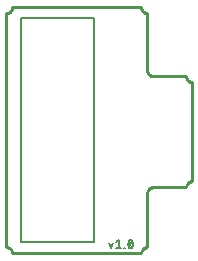
<source format=gbr>
G04 EAGLE Gerber RS-274X export*
G75*
%MOMM*%
%FSLAX34Y34*%
%LPD*%
%INSilkscreen Top*%
%IPPOS*%
%AMOC8*
5,1,8,0,0,1.08239X$1,22.5*%
G01*
%ADD10C,0.127000*%
%ADD11C,0.203200*%
%ADD12C,0.254000*%


D10*
X86995Y9017D02*
X88519Y4445D01*
X90043Y9017D01*
X93198Y9779D02*
X95103Y11303D01*
X95103Y4445D01*
X93198Y4445D02*
X97008Y4445D01*
X100033Y4445D02*
X100033Y4826D01*
X100414Y4826D01*
X100414Y4445D01*
X100033Y4445D01*
X103438Y7874D02*
X103440Y8016D01*
X103445Y8159D01*
X103454Y8301D01*
X103467Y8443D01*
X103483Y8584D01*
X103502Y8725D01*
X103526Y8866D01*
X103552Y9006D01*
X103583Y9145D01*
X103617Y9283D01*
X103654Y9421D01*
X103694Y9557D01*
X103739Y9693D01*
X103786Y9827D01*
X103837Y9960D01*
X103891Y10092D01*
X103949Y10222D01*
X104010Y10351D01*
X104010Y10350D02*
X104036Y10419D01*
X104065Y10485D01*
X104097Y10551D01*
X104132Y10614D01*
X104171Y10676D01*
X104213Y10736D01*
X104258Y10793D01*
X104306Y10848D01*
X104357Y10900D01*
X104410Y10950D01*
X104466Y10996D01*
X104524Y11040D01*
X104585Y11081D01*
X104647Y11119D01*
X104711Y11153D01*
X104777Y11184D01*
X104845Y11212D01*
X104914Y11236D01*
X104984Y11256D01*
X105055Y11273D01*
X105126Y11286D01*
X105198Y11295D01*
X105271Y11301D01*
X105344Y11303D01*
X105417Y11301D01*
X105490Y11295D01*
X105562Y11286D01*
X105633Y11273D01*
X105704Y11256D01*
X105774Y11236D01*
X105843Y11212D01*
X105911Y11184D01*
X105977Y11153D01*
X106041Y11119D01*
X106103Y11081D01*
X106164Y11040D01*
X106222Y10996D01*
X106278Y10950D01*
X106331Y10900D01*
X106382Y10848D01*
X106430Y10793D01*
X106475Y10736D01*
X106517Y10676D01*
X106556Y10614D01*
X106591Y10551D01*
X106623Y10485D01*
X106652Y10419D01*
X106678Y10350D01*
X106677Y10351D02*
X106738Y10222D01*
X106796Y10092D01*
X106850Y9960D01*
X106901Y9827D01*
X106948Y9693D01*
X106993Y9557D01*
X107033Y9421D01*
X107070Y9283D01*
X107104Y9145D01*
X107135Y9006D01*
X107161Y8866D01*
X107185Y8725D01*
X107204Y8584D01*
X107220Y8443D01*
X107233Y8301D01*
X107242Y8159D01*
X107247Y8016D01*
X107249Y7874D01*
X103438Y7874D02*
X103440Y7732D01*
X103445Y7589D01*
X103454Y7447D01*
X103467Y7305D01*
X103483Y7164D01*
X103502Y7023D01*
X103526Y6882D01*
X103552Y6742D01*
X103583Y6603D01*
X103617Y6465D01*
X103654Y6327D01*
X103694Y6191D01*
X103739Y6055D01*
X103786Y5921D01*
X103837Y5788D01*
X103891Y5656D01*
X103949Y5526D01*
X104010Y5397D01*
X104010Y5398D02*
X104036Y5329D01*
X104065Y5263D01*
X104097Y5197D01*
X104132Y5134D01*
X104171Y5072D01*
X104213Y5012D01*
X104258Y4955D01*
X104306Y4900D01*
X104357Y4848D01*
X104410Y4798D01*
X104466Y4752D01*
X104524Y4708D01*
X104585Y4667D01*
X104647Y4629D01*
X104711Y4595D01*
X104777Y4564D01*
X104845Y4536D01*
X104914Y4512D01*
X104984Y4492D01*
X105055Y4475D01*
X105126Y4462D01*
X105198Y4453D01*
X105271Y4447D01*
X105344Y4445D01*
X106677Y5397D02*
X106738Y5526D01*
X106796Y5656D01*
X106850Y5788D01*
X106901Y5921D01*
X106948Y6055D01*
X106993Y6191D01*
X107033Y6327D01*
X107070Y6465D01*
X107104Y6603D01*
X107135Y6742D01*
X107161Y6882D01*
X107185Y7023D01*
X107204Y7164D01*
X107220Y7305D01*
X107233Y7447D01*
X107242Y7589D01*
X107247Y7732D01*
X107249Y7874D01*
X106678Y5398D02*
X106652Y5329D01*
X106623Y5263D01*
X106591Y5197D01*
X106556Y5134D01*
X106517Y5072D01*
X106475Y5012D01*
X106430Y4955D01*
X106382Y4900D01*
X106331Y4848D01*
X106278Y4798D01*
X106222Y4752D01*
X106164Y4708D01*
X106103Y4667D01*
X106041Y4629D01*
X105977Y4595D01*
X105911Y4564D01*
X105843Y4536D01*
X105774Y4512D01*
X105704Y4492D01*
X105633Y4475D01*
X105562Y4462D01*
X105490Y4453D01*
X105417Y4447D01*
X105344Y4445D01*
X103820Y5969D02*
X106868Y9779D01*
D11*
X12180Y9140D02*
X12180Y199140D01*
X74180Y199140D01*
X74180Y9140D01*
X12180Y9140D01*
D12*
X0Y5080D02*
X443Y5061D01*
X882Y5003D01*
X1315Y4907D01*
X1737Y4774D01*
X2147Y4604D01*
X2540Y4399D01*
X2914Y4161D01*
X3265Y3892D01*
X3592Y3592D01*
X3892Y3265D01*
X4161Y2914D01*
X4399Y2540D01*
X4604Y2147D01*
X4774Y1737D01*
X4907Y1315D01*
X5003Y882D01*
X5061Y443D01*
X5080Y0D01*
X114300Y0D01*
X114319Y443D01*
X114377Y882D01*
X114473Y1315D01*
X114606Y1737D01*
X114776Y2147D01*
X114981Y2540D01*
X115219Y2914D01*
X115489Y3265D01*
X115788Y3592D01*
X116115Y3892D01*
X116466Y4161D01*
X116840Y4399D01*
X117233Y4604D01*
X117643Y4774D01*
X118065Y4907D01*
X118498Y5003D01*
X118937Y5061D01*
X119380Y5080D01*
X119380Y50800D01*
X119399Y51243D01*
X119457Y51682D01*
X119553Y52115D01*
X119686Y52537D01*
X119856Y52947D01*
X120061Y53340D01*
X120299Y53714D01*
X120569Y54065D01*
X120868Y54392D01*
X121195Y54692D01*
X121546Y54961D01*
X121920Y55199D01*
X122313Y55404D01*
X122723Y55574D01*
X123145Y55707D01*
X123578Y55803D01*
X124017Y55861D01*
X124460Y55880D01*
X152400Y55880D01*
X152419Y56323D01*
X152477Y56762D01*
X152573Y57195D01*
X152706Y57617D01*
X152876Y58027D01*
X153081Y58420D01*
X153319Y58794D01*
X153589Y59145D01*
X153888Y59472D01*
X154215Y59772D01*
X154566Y60041D01*
X154940Y60279D01*
X155333Y60484D01*
X155743Y60654D01*
X156165Y60787D01*
X156598Y60883D01*
X157037Y60941D01*
X157480Y60960D01*
X157480Y144780D01*
X157037Y144799D01*
X156598Y144857D01*
X156165Y144953D01*
X155743Y145086D01*
X155333Y145256D01*
X154940Y145461D01*
X154566Y145699D01*
X154215Y145969D01*
X153888Y146268D01*
X153589Y146595D01*
X153319Y146946D01*
X153081Y147320D01*
X152876Y147713D01*
X152706Y148123D01*
X152573Y148545D01*
X152477Y148978D01*
X152419Y149417D01*
X152400Y149860D01*
X124460Y149860D01*
X124017Y149879D01*
X123578Y149937D01*
X123145Y150033D01*
X122723Y150166D01*
X122313Y150336D01*
X121920Y150541D01*
X121546Y150779D01*
X121195Y151049D01*
X120868Y151348D01*
X120569Y151675D01*
X120299Y152026D01*
X120061Y152400D01*
X119856Y152793D01*
X119686Y153203D01*
X119553Y153625D01*
X119457Y154058D01*
X119399Y154497D01*
X119380Y154940D01*
X119380Y203200D01*
X118937Y203219D01*
X118498Y203277D01*
X118065Y203373D01*
X117643Y203506D01*
X117233Y203676D01*
X116840Y203881D01*
X116466Y204119D01*
X116115Y204389D01*
X115788Y204688D01*
X115489Y205015D01*
X115219Y205366D01*
X114981Y205740D01*
X114776Y206133D01*
X114606Y206543D01*
X114473Y206965D01*
X114377Y207398D01*
X114319Y207837D01*
X114300Y208280D01*
X5080Y208280D01*
X5061Y207837D01*
X5003Y207398D01*
X4907Y206965D01*
X4774Y206543D01*
X4604Y206133D01*
X4399Y205740D01*
X4161Y205366D01*
X3892Y205015D01*
X3592Y204688D01*
X3265Y204389D01*
X2914Y204119D01*
X2540Y203881D01*
X2147Y203676D01*
X1737Y203506D01*
X1315Y203373D01*
X882Y203277D01*
X443Y203219D01*
X0Y203200D01*
X0Y5080D01*
M02*

</source>
